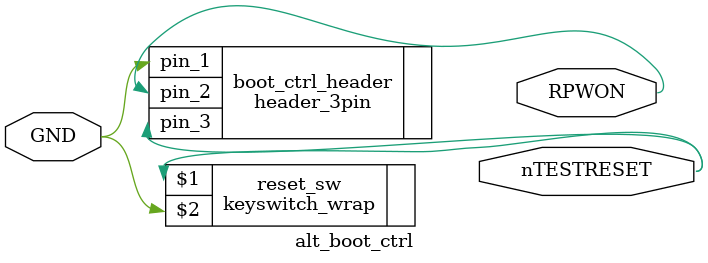
<source format=v>
/*
 * Alternative boot controls in the mobile domain,
 * besides USB domain OD buffers.
 */

module alt_boot_ctrl (GND, RPWON, nTESTRESET);

input GND;
output RPWON, nTESTRESET;

/* manual RESET button */

keyswitch_wrap reset_sw (nTESTRESET, GND);

/* external boot control header */

header_3pin boot_ctrl_header (.pin_1(GND),
			      .pin_2(RPWON),
			      .pin_3(nTESTRESET)
	);

endmodule

</source>
